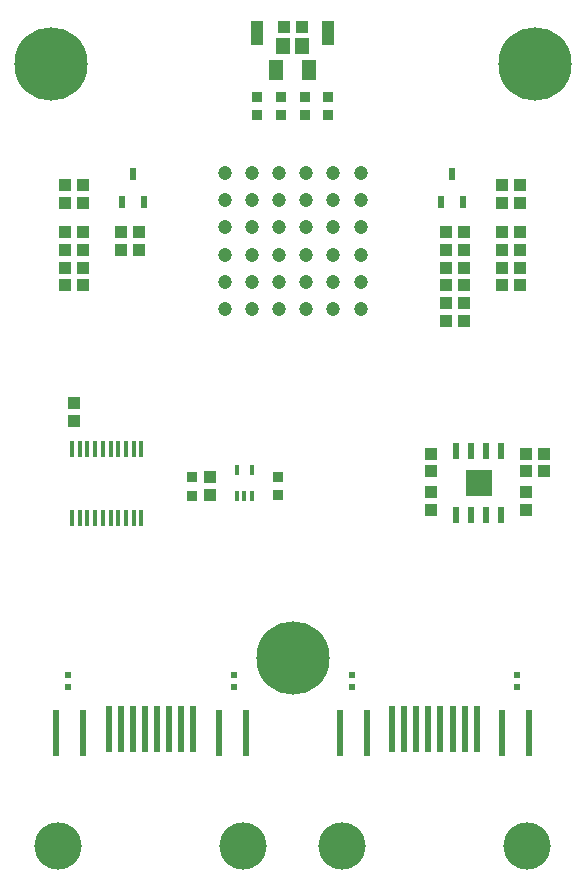
<source format=gts>
G04*
G04 #@! TF.GenerationSoftware,Altium Limited,Altium Designer,23.9.2 (47)*
G04*
G04 Layer_Color=8388736*
%FSLAX25Y25*%
%MOIN*%
G70*
G04*
G04 #@! TF.SameCoordinates,E30DC50E-2E90-4FCC-99EB-6CEF48135232*
G04*
G04*
G04 #@! TF.FilePolarity,Negative*
G04*
G01*
G75*
%ADD16C,0.04724*%
%ADD17R,0.02362X0.05709*%
%ADD18R,0.09055X0.09055*%
%ADD19R,0.01575X0.03347*%
%ADD20R,0.01772X0.05709*%
%ADD21R,0.03740X0.03347*%
%ADD22R,0.02362X0.02165*%
%ADD23R,0.04134X0.03937*%
%ADD24R,0.03937X0.07874*%
%ADD25R,0.02402X0.15354*%
%ADD26R,0.02362X0.03937*%
%ADD27R,0.03937X0.04134*%
%ADD28R,0.05118X0.05709*%
%ADD29R,0.05118X0.07087*%
%ADD30C,0.24422*%
%ADD31C,0.15748*%
D16*
X-4528Y58071D02*
D03*
X4528D02*
D03*
X22638D02*
D03*
X13583D02*
D03*
X-13583D02*
D03*
X-22638D02*
D03*
X22638Y67126D02*
D03*
X13583D02*
D03*
X4528D02*
D03*
X-4528D02*
D03*
X-13583D02*
D03*
X-22638D02*
D03*
X22638Y76181D02*
D03*
X13583D02*
D03*
X4528D02*
D03*
X-4528D02*
D03*
X-13583D02*
D03*
X-22638D02*
D03*
X22638Y85236D02*
D03*
X13583D02*
D03*
X4528D02*
D03*
X-4528D02*
D03*
X-13583D02*
D03*
X-22638D02*
D03*
X22638Y94291D02*
D03*
X13583D02*
D03*
X4528D02*
D03*
X-4528D02*
D03*
X-13583D02*
D03*
X-22638D02*
D03*
X22638Y103347D02*
D03*
X13583D02*
D03*
X4528D02*
D03*
X-4528D02*
D03*
X-13583D02*
D03*
X-22638D02*
D03*
D17*
X69508Y10728D02*
D03*
X64508D02*
D03*
X59508D02*
D03*
X54508D02*
D03*
X69508Y-10728D02*
D03*
X64508D02*
D03*
X59508D02*
D03*
X54508D02*
D03*
D18*
X62008Y0D02*
D03*
D19*
X-18701Y-4331D02*
D03*
X-16142D02*
D03*
X-13583D02*
D03*
Y4331D02*
D03*
X-18701D02*
D03*
D20*
X-50492Y11516D02*
D03*
X-53051D02*
D03*
X-55610D02*
D03*
X-58169D02*
D03*
X-60728D02*
D03*
X-63287D02*
D03*
X-65847D02*
D03*
X-68405D02*
D03*
X-70965D02*
D03*
X-73524D02*
D03*
X-50492Y-11516D02*
D03*
X-53051D02*
D03*
X-55610D02*
D03*
X-58169D02*
D03*
X-60728D02*
D03*
X-63287D02*
D03*
X-65847D02*
D03*
X-68405D02*
D03*
X-70965D02*
D03*
X-73524D02*
D03*
D21*
X-33465Y-4232D02*
D03*
Y1870D02*
D03*
X-4921Y-4035D02*
D03*
Y2067D02*
D03*
X11811Y122539D02*
D03*
Y128642D02*
D03*
X3937Y122539D02*
D03*
Y128642D02*
D03*
X-3937Y122539D02*
D03*
Y128642D02*
D03*
X-11811Y122539D02*
D03*
Y128642D02*
D03*
D22*
X74803Y-67815D02*
D03*
Y-64075D02*
D03*
X19685D02*
D03*
Y-67815D02*
D03*
X-19685D02*
D03*
Y-64075D02*
D03*
X-74803D02*
D03*
Y-67815D02*
D03*
D23*
X51181Y54134D02*
D03*
X57087D02*
D03*
X-69882Y65945D02*
D03*
X-75787D02*
D03*
X69882D02*
D03*
X75787D02*
D03*
X57087Y60039D02*
D03*
X51181D02*
D03*
X57087Y65945D02*
D03*
X51181D02*
D03*
X57087Y71850D02*
D03*
X51181D02*
D03*
X-75787Y83661D02*
D03*
X-69882D02*
D03*
X-75787Y77756D02*
D03*
X-69882D02*
D03*
X-75787Y71850D02*
D03*
X-69882D02*
D03*
X75787D02*
D03*
X69882D02*
D03*
X75787Y77756D02*
D03*
X69882D02*
D03*
X75787Y83661D02*
D03*
X69882D02*
D03*
X57087Y77756D02*
D03*
X51181D02*
D03*
X57087Y83661D02*
D03*
X51181D02*
D03*
X-57087D02*
D03*
X-51181D02*
D03*
X-57087Y77756D02*
D03*
X-51181D02*
D03*
X75787Y93504D02*
D03*
X69882D02*
D03*
X75787Y99410D02*
D03*
X69882D02*
D03*
X-75787Y93504D02*
D03*
X-69882D02*
D03*
X-75787Y99409D02*
D03*
X-69882D02*
D03*
X2953Y151969D02*
D03*
X-2953D02*
D03*
D24*
X-11811Y150000D02*
D03*
X11811D02*
D03*
D25*
X69764Y-83189D02*
D03*
X24724D02*
D03*
X15669D02*
D03*
X78819D02*
D03*
X33189Y-81929D02*
D03*
X37205D02*
D03*
X41221D02*
D03*
X45236D02*
D03*
X49252D02*
D03*
X53268D02*
D03*
X57284D02*
D03*
X61299D02*
D03*
X-24724Y-83189D02*
D03*
X-69764D02*
D03*
X-78819D02*
D03*
X-15669D02*
D03*
X-61299Y-81929D02*
D03*
X-57284D02*
D03*
X-53268D02*
D03*
X-49252D02*
D03*
X-45236D02*
D03*
X-41221D02*
D03*
X-37205D02*
D03*
X-33189D02*
D03*
D26*
X49409Y93701D02*
D03*
X56890D02*
D03*
X53150Y103150D02*
D03*
X-56890Y93701D02*
D03*
X-49409D02*
D03*
X-53150Y103150D02*
D03*
D27*
X83661Y3937D02*
D03*
Y9843D02*
D03*
X46260Y-2953D02*
D03*
Y-8858D02*
D03*
X77756Y3937D02*
D03*
Y9843D02*
D03*
X46260Y3937D02*
D03*
Y9843D02*
D03*
X77756Y-2953D02*
D03*
Y-8858D02*
D03*
X-27559Y-3937D02*
D03*
Y1969D02*
D03*
X-72835Y26575D02*
D03*
Y20669D02*
D03*
D28*
X3150Y145669D02*
D03*
X-3150D02*
D03*
D29*
X5512Y137795D02*
D03*
X-5512D02*
D03*
D30*
X0Y-58268D02*
D03*
X80709Y139764D02*
D03*
X-80709D02*
D03*
D31*
X16417Y-121024D02*
D03*
X78071D02*
D03*
X-78071D02*
D03*
X-16417D02*
D03*
M02*

</source>
